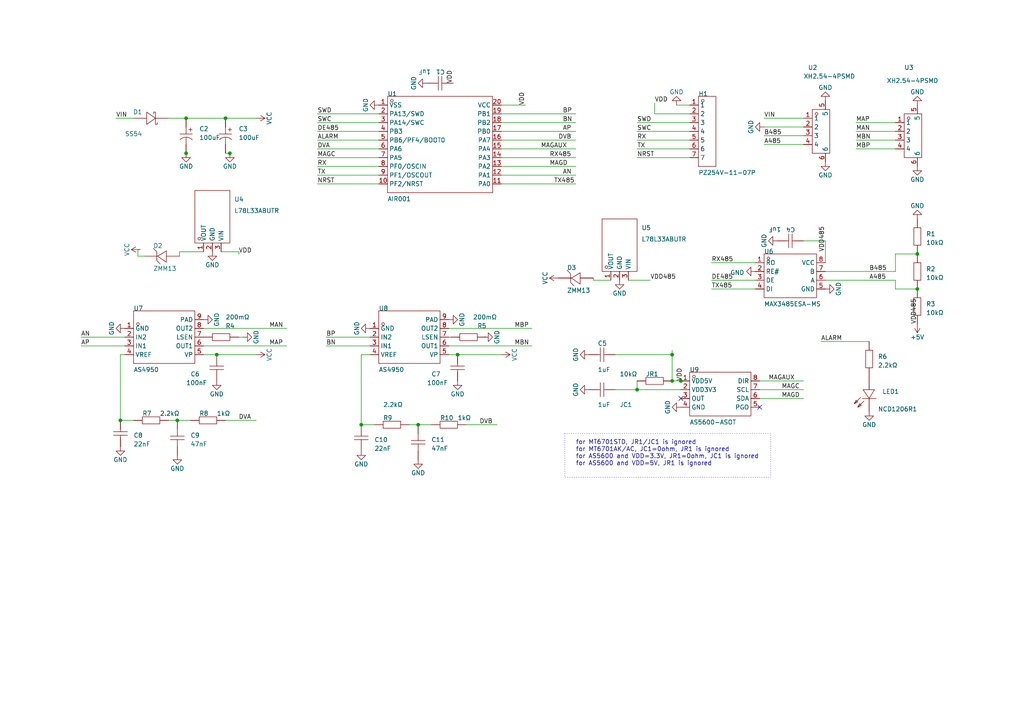
<source format=kicad_sch>
(kicad_sch (version 20230121) (generator eeschema)
  (paper "A4")
  (title_block (title "main"))
  (lib_symbols
    (symbol "0603B104K500NT" (pin_numbers hide) (pin_names hide)
      (property "Reference" "C" (at -5.08 6.35 0))
      (property "Value" "0603B104K500NT" (at -5.08 8.89 0))
      (symbol "0603B104K500NT_1_1"
        (polyline (pts (xy -1.27 0) (xy -0.508 0)) (stroke (width 0.1524)))
        (polyline (pts (xy -0.508 2.032) (xy -0.508 -2.032)) (stroke (width 0.1524)))
        (polyline (pts (xy 0.508 0) (xy 1.27 0)) (stroke (width 0.1524)))
        (polyline (pts (xy 0.508 2.032) (xy 0.508 -2.032)) (stroke (width 0.1524)))
        (pin input line (at -3.81 0 0) (length 2.54) (name "1") (number "1"))
        (pin input line (at 3.81 0 180) (length 2.54) (name "2") (number "2"))
      )
    )
    (symbol "0603B223K500NT" (pin_numbers hide) (pin_names hide)
      (property "Reference" "C" (at -5.08 6.35 0))
      (property "Value" "0603B223K500NT" (at -5.08 8.89 0))
      (symbol "0603B223K500NT_1_1"
        (polyline (pts (xy -1.27 0) (xy -0.508 0)) (stroke (width 0.1524)))
        (polyline (pts (xy -0.508 2.032) (xy -0.508 -2.032)) (stroke (width 0.1524)))
        (polyline (pts (xy 0.508 0) (xy 1.27 0)) (stroke (width 0.1524)))
        (polyline (pts (xy 0.508 2.032) (xy 0.508 -2.032)) (stroke (width 0.1524)))
        (pin input line (at -3.81 0 0) (length 2.54) (name "1") (number "1"))
        (pin input line (at 3.81 0 180) (length 2.54) (name "2") (number "2"))
      )
    )
    (symbol "0603B473K500NT" (pin_numbers hide) (pin_names hide)
      (property "Reference" "C" (at -5.08 6.35 0))
      (property "Value" "0603B473K500NT" (at -5.08 8.89 0))
      (symbol "0603B473K500NT_1_1"
        (polyline (pts (xy -2.032 0.508) (xy 2.032 0.508)) (stroke (width 0.1524)))
        (polyline (pts (xy 0 -0.508) (xy 0 -2.54)) (stroke (width 0.1524)))
        (polyline (pts (xy 0 2.54) (xy 0 0.508)) (stroke (width 0.1524)))
        (polyline (pts (xy 2.032 -0.508) (xy -2.032 -0.508)) (stroke (width 0.1524)))
        (pin input line (at 0 -5.08 90) (length 2.54) (name "1") (number "1"))
        (pin input line (at 0 5.08 270) (length 2.54) (name "2") (number "2"))
      )
    )
    (symbol "0603WAF1001T5E" (pin_numbers hide) (pin_names hide)
      (property "Reference" "R" (at -5.08 6.35 0))
      (property "Value" "0603WAF1001T5E" (at -5.08 8.89 0))
      (symbol "0603WAF1001T5E_1_1"
        (rectangle (start -2.54 -1.016) (end 2.54 1.016) (stroke (width 0.1524)))
        (pin input line (at -5.08 0 0) (length 2.54) (name "1") (number "1"))
        (pin input line (at 5.08 0 180) (length 2.54) (name "2") (number "2"))
      )
    )
    (symbol "0603WAF1002T5E" (pin_numbers hide) (pin_names hide)
      (property "Reference" "R" (at -5.08 6.35 0))
      (property "Value" "0603WAF1002T5E" (at -5.08 8.89 0))
      (symbol "0603WAF1002T5E_1_1"
        (rectangle (start -2.54 -1.016) (end 2.54 1.016) (stroke (width 0.1524)))
        (pin input line (at -5.08 0 0) (length 2.54) (name "1") (number "1"))
        (pin input line (at 5.08 0 180) (length 2.54) (name "2") (number "2"))
      )
    )
    (symbol "0603WAF2201T5E" (pin_numbers hide) (pin_names hide)
      (property "Reference" "R" (at -5.08 6.35 0))
      (property "Value" "0603WAF2201T5E" (at -5.08 8.89 0))
      (symbol "0603WAF2201T5E_1_1"
        (rectangle (start -2.54 -1.016) (end 2.54 1.016) (stroke (width 0.1524)))
        (pin input line (at -5.08 0 0) (length 2.54) (name "1") (number "1"))
        (pin input line (at 5.08 0 180) (length 2.54) (name "2") (number "2"))
      )
    )
    (symbol "0603WAF4701T5E" (pin_numbers hide) (pin_names hide)
      (property "Reference" "R" (at -5.08 6.35 0))
      (property "Value" "0603WAF4701T5E" (at -5.08 8.89 0))
      (symbol "0603WAF4701T5E_1_1"
        (rectangle (start -2.54 -1.016) (end 2.54 1.016) (stroke (width 0.1524)))
        (pin input line (at -5.08 0 0) (length 2.54) (name "1") (number "1"))
        (pin input line (at 5.08 0 180) (length 2.54) (name "2") (number "2"))
      )
    )
    (symbol "AIR001"
      (property "Reference" "U" (at -5.08 6.35 0))
      (property "Value" "AIR001" (at -5.08 8.89 0))
      (symbol "AIR001_1_1"
        (rectangle (start -15.24 -13.97) (end 15.24 13.97) (stroke (width 0.1524)))
        (circle (center -13.97 12.7) (radius 0.381) (stroke (width 0.1524)))
        (pin input line (at -17.78 11.43 0) (length 2.54) (name "VSS") (number "1"))
        (pin input line (at -17.78 -11.43 0) (length 2.54) (name "PF2/NRST") (number "10"))
        (pin input line (at 17.78 -11.43 180) (length 2.54) (name "PA0") (number "11"))
        (pin input line (at 17.78 -8.89 180) (length 2.54) (name "PA1") (number "12"))
        (pin input line (at 17.78 -6.35 180) (length 2.54) (name "PA2") (number "13"))
        (pin input line (at 17.78 -3.81 180) (length 2.54) (name "PA3") (number "14"))
        (pin input line (at 17.78 -1.27 180) (length 2.54) (name "PA4") (number "15"))
        (pin input line (at 17.78 1.27 180) (length 2.54) (name "PA7") (number "16"))
        (pin input line (at 17.78 3.81 180) (length 2.54) (name "PB0") (number "17"))
        (pin input line (at 17.78 6.35 180) (length 2.54) (name "PB2") (number "18"))
        (pin input line (at 17.78 8.89 180) (length 2.54) (name "PB1") (number "19"))
        (pin input line (at -17.78 8.89 0) (length 2.54) (name "PA13/SWD") (number "2"))
        (pin input line (at 17.78 11.43 180) (length 2.54) (name "VCC") (number "20"))
        (pin input line (at -17.78 6.35 0) (length 2.54) (name "PA14/SWC") (number "3"))
        (pin input line (at -17.78 3.81 0) (length 2.54) (name "PB3") (number "4"))
        (pin input line (at -17.78 1.27 0) (length 2.54) (name "PB6/PF4/BOOT0") (number "5"))
        (pin input line (at -17.78 -1.27 0) (length 2.54) (name "PA6") (number "6"))
        (pin input line (at -17.78 -3.81 0) (length 2.54) (name "PA5") (number "7"))
        (pin input line (at -17.78 -6.35 0) (length 2.54) (name "PF0/OSCIN") (number "8"))
        (pin input line (at -17.78 -8.89 0) (length 2.54) (name "PF1/OSCOUT") (number "9"))
      )
    )
    (symbol "AS4950"
      (property "Reference" "U" (at -5.08 6.35 0))
      (property "Value" "AS4950" (at -5.08 8.89 0))
      (symbol "AS4950_1_1"
        (rectangle (start -8.89 -7.62) (end 8.89 7.62) (stroke (width 0.1524)))
        (circle (center -7.62 3.81) (radius 0.381) (stroke (width 0.1524)))
        (pin input line (at -11.43 2.54 0) (length 2.54) (name "GND") (number "1"))
        (pin input line (at -11.43 0 0) (length 2.54) (name "IN2") (number "2"))
        (pin input line (at -11.43 -2.54 0) (length 2.54) (name "IN1") (number "3"))
        (pin input line (at -11.43 -5.08 0) (length 2.54) (name "VREF") (number "4"))
        (pin input line (at 11.43 -5.08 180) (length 2.54) (name "VP") (number "5"))
        (pin input line (at 11.43 -2.54 180) (length 2.54) (name "OUT1") (number "6"))
        (pin input line (at 11.43 0 180) (length 2.54) (name "LSEN") (number "7"))
        (pin input line (at 11.43 2.54 180) (length 2.54) (name "OUT2") (number "8"))
        (pin input line (at 11.43 5.08 180) (length 2.54) (name "PAD") (number "9"))
      )
    )
    (symbol "AS5600-ASOT"
      (property "Reference" "U" (at -5.08 6.35 0))
      (property "Value" "AS5600-ASOT" (at -5.08 8.89 0))
      (symbol "AS5600-ASOT_1_1"
        (rectangle (start -8.89 -6.35) (end 8.89 6.35) (stroke (width 0.1524)))
        (circle (center -7.62 5.08) (radius 0.381) (stroke (width 0.1524)))
        (pin input line (at -11.43 3.81 0) (length 2.54) (name "VDD5V") (number "1"))
        (pin input line (at -11.43 1.27 0) (length 2.54) (name "VDD3V3") (number "2"))
        (pin input line (at -11.43 -1.27 0) (length 2.54) (name "OUT") (number "3"))
        (pin input line (at -11.43 -3.81 0) (length 2.54) (name "GND") (number "4"))
        (pin input line (at 11.43 -3.81 180) (length 2.54) (name "PGO") (number "5"))
        (pin input line (at 11.43 -1.27 180) (length 2.54) (name "SDA") (number "6"))
        (pin input line (at 11.43 1.27 180) (length 2.54) (name "SCL") (number "7"))
        (pin input line (at 11.43 3.81 180) (length 2.54) (name "DIR") (number "8"))
      )
    )
    (symbol "CL10A105KB8NNNC" (pin_numbers hide) (pin_names hide)
      (property "Reference" "C" (at -5.08 6.35 0))
      (property "Value" "CL10A105KB8NNNC" (at -5.08 8.89 0))
      (symbol "CL10A105KB8NNNC_1_1"
        (polyline (pts (xy -1.27 0) (xy -0.508 0)) (stroke (width 0.1524)))
        (polyline (pts (xy -0.508 2.032) (xy -0.508 -2.032)) (stroke (width 0.1524)))
        (polyline (pts (xy 0.508 0) (xy 1.27 0)) (stroke (width 0.1524)))
        (polyline (pts (xy 0.508 2.032) (xy 0.508 -2.032)) (stroke (width 0.1524)))
        (pin input line (at -3.81 0 0) (length 2.54) (name "1") (number "1"))
        (pin input line (at 3.81 0 180) (length 2.54) (name "2") (number "2"))
      )
    )
    (symbol "CL10A105KO8NNNC" (pin_numbers hide) (pin_names hide)
      (property "Reference" "C" (at -5.08 6.35 0))
      (property "Value" "CL10A105KO8NNNC" (at -5.08 8.89 0))
      (symbol "CL10A105KO8NNNC_1_1"
        (polyline (pts (xy -1.27 0) (xy -0.508 0)) (stroke (width 0.1524)))
        (polyline (pts (xy -0.508 2.032) (xy -0.508 -2.032)) (stroke (width 0.1524)))
        (polyline (pts (xy 0.508 0) (xy 1.27 0)) (stroke (width 0.1524)))
        (polyline (pts (xy 0.508 2.032) (xy 0.508 -2.032)) (stroke (width 0.1524)))
        (pin input line (at -3.81 0 0) (length 2.54) (name "1") (number "1"))
        (pin input line (at 3.81 0 180) (length 2.54) (name "2") (number "2"))
      )
    )
    (symbol "FC-3215HRK-620D" (pin_numbers hide) (pin_names hide)
      (property "Reference" "LED" (at -5.08 6.35 0))
      (property "Value" "FC-3215HRK-620D" (at -5.08 8.89 0))
      (symbol "FC-3215HRK-620D_1_1"
        (polyline (pts (xy -2.032 1.524) (xy -3.81 3.302)) (stroke (width 0.1524)))
        (polyline (pts (xy -1.27 2.032) (xy -1.27 -2.032)) (stroke (width 0.1524)))
        (polyline (pts (xy -1.016 2.54) (xy -2.794 4.318)) (stroke (width 0.1524)))
        (polyline (pts (xy -3.81 3.302) (xy -2.794 2.794) (xy -2.794 2.794) (xy -3.302 2.286) (xy -3.302 2.286) (xy -3.81 3.302)) (stroke (width 0.1524)))
        (polyline (pts (xy -2.794 4.318) (xy -1.778 3.81) (xy -1.778 3.81) (xy -2.286 3.302) (xy -2.286 3.302) (xy -2.794 4.318)) (stroke (width 0.1524)))
        (polyline (pts (xy 1.27 -1.524) (xy -1.27 0) (xy -1.27 0) (xy 1.27 1.778) (xy 1.27 1.778) (xy 1.27 -1.524)) (stroke (width 0.1524)))
        (pin input line (at 5.08 0 180) (length 3.81) (name "A") (number "1"))
        (pin input line (at -5.08 0 0) (length 3.81) (name "K") (number "2"))
      )
    )
    (symbol "FZ100UF35V90RV0145" (pin_numbers hide) (pin_names hide)
      (property "Reference" "C" (at -5.08 6.35 0))
      (property "Value" "FZ100UF35V90RV0145" (at -5.08 8.89 0))
      (symbol "FZ100UF35V90RV0145_1_1"
        (polyline (pts (xy -2.54 0) (xy -0.508 0)) (stroke (width 0.1524)))
        (polyline (pts (xy -2.286 1.27) (xy -1.27 1.27)) (stroke (width 0.1524)))
        (polyline (pts (xy -1.778 1.778) (xy -1.778 0.762)) (stroke (width 0.1524)))
        (polyline (pts (xy -0.508 1.778) (xy -0.508 -1.778)) (stroke (width 0.1524)))
        (polyline (pts (xy 0.508 0) (xy 2.54 0)) (stroke (width 0.1524)))
        (arc (start 1.1506 1.7856) (mid 0.4218 0.0211) (end 1.1278 -1.7526) (stroke (width 0.1524)))
        (pin input line (at -5.08 0 0) (length 2.54) (name "1") (number "1"))
        (pin input line (at 5.08 0 180) (length 2.54) (name "2") (number "2"))
      )
    )
    (symbol "L78L33ABUTR"
      (property "Reference" "U" (at -5.08 6.35 0))
      (property "Value" "L78L33ABUTR" (at -5.08 8.89 0))
      (symbol "L78L33ABUTR_1_1"
        (rectangle (start -6.35 -5.08) (end 8.89 5.08) (stroke (width 0.1524)))
        (circle (center -5.08 3.81) (radius 0.381) (stroke (width 0.1524)))
        (pin input line (at -8.89 2.54 0) (length 2.54) (name "VOUT") (number "1"))
        (pin input line (at -8.89 0 0) (length 2.54) (name "GND") (number "2"))
        (pin input line (at -8.89 -2.54 0) (length 2.54) (name "VIN") (number "3"))
      )
    )
    (symbol "MAX3485ESA-MS"
      (property "Reference" "U" (at -5.08 6.35 0))
      (property "Value" "MAX3485ESA-MS" (at -5.08 8.89 0))
      (symbol "MAX3485ESA-MS_1_1"
        (rectangle (start -7.62 -5.08) (end 7.62 7.62) (stroke (width 0.1524)))
        (circle (center -6.35 6.35) (radius 0.381) (stroke (width 0.1524)))
        (pin input line (at -10.16 5.08 0) (length 2.54) (name "RO") (number "1"))
        (pin input line (at -10.16 2.54 0) (length 2.54) (name "RE#") (number "2"))
        (pin input line (at -10.16 0 0) (length 2.54) (name "DE") (number "3"))
        (pin input line (at -10.16 -2.54 0) (length 2.54) (name "DI") (number "4"))
        (pin input line (at 10.16 -2.54 180) (length 2.54) (name "GND") (number "5"))
        (pin input line (at 10.16 0 180) (length 2.54) (name "A") (number "6"))
        (pin input line (at 10.16 2.54 180) (length 2.54) (name "B") (number "7"))
        (pin input line (at 10.16 5.08 180) (length 2.54) (name "VCC") (number "8"))
      )
    )
    (symbol "PZ254V-11-07P"
      (property "Reference" "H" (at -5.08 6.35 0))
      (property "Value" "PZ254V-11-07P" (at -5.08 8.89 0))
      (symbol "PZ254V-11-07P_1_1"
        (rectangle (start -2.54 -10.16) (end 2.54 10.16) (stroke (width 0.1524)))
        (circle (center -1.27 8.89) (radius 0.381) (stroke (width 0.1524)))
        (pin input line (at -5.08 7.62 0) (length 2.54) (name "1") (number "1"))
        (pin input line (at -5.08 5.08 0) (length 2.54) (name "2") (number "2"))
        (pin input line (at -5.08 2.54 0) (length 2.54) (name "3") (number "3"))
        (pin input line (at -5.08 0 0) (length 2.54) (name "4") (number "4"))
        (pin input line (at -5.08 -2.54 0) (length 2.54) (name "5") (number "5"))
        (pin input line (at -5.08 -5.08 0) (length 2.54) (name "6") (number "6"))
        (pin input line (at -5.08 -7.62 0) (length 2.54) (name "7") (number "7"))
      )
    )
    (symbol "RTT06R200FTP" (pin_numbers hide) (pin_names hide)
      (property "Reference" "R" (at -5.08 6.35 0))
      (property "Value" "RTT06R200FTP" (at -5.08 8.89 0))
      (symbol "RTT06R200FTP_1_1"
        (rectangle (start -2.54 -1.016) (end 2.54 1.016) (stroke (width 0.1524)))
        (pin input line (at -5.08 0 0) (length 2.54) (name "1") (number "1"))
        (pin input line (at 5.08 0 180) (length 2.54) (name "2") (number "2"))
      )
    )
    (symbol "SS54_C727065" (pin_numbers hide) (pin_names hide)
      (property "Reference" "D" (at -5.08 6.35 0))
      (property "Value" "SS54_C727065" (at -5.08 8.89 0))
      (symbol "SS54_C727065_1_1"
        (polyline (pts (xy -1.27 0) (xy -2.54 0)) (stroke (width 0.1524)))
        (polyline (pts (xy 2.54 0) (xy 1.27 0)) (stroke (width 0.1524)))
        (polyline (pts (xy 1.27 1.778) (xy -1.27 0) (xy -1.27 0) (xy 1.27 -1.778) (xy 1.27 -1.778) (xy 1.27 1.778)) (stroke (width 0.1524)))
        (polyline (pts (xy -1.778 1.27) (xy -1.778 1.778) (xy -1.778 1.778) (xy -1.27 1.778) (xy -1.27 1.778) (xy -1.27 -1.778) (xy -1.27 -1.778) (xy -0.762 -1.778) (xy -0.762 -1.778) (xy -0.762 -1.27)) (stroke (width 0.1524)))
        (pin input line (at -5.08 0 0) (length 2.54) (name "1") (number "1"))
        (pin input line (at 5.08 0 180) (length 2.54) (name "2") (number "2"))
      )
    )
    (symbol "XH2.54-4PSMD"
      (property "Reference" "U" (at -5.08 6.35 0))
      (property "Value" "XH2.54-4PSMD" (at -5.08 8.89 0))
      (symbol "XH2.54-4PSMD_1_1"
        (rectangle (start -2.54 -6.35) (end 2.54 6.35) (stroke (width 0.1524)))
        (circle (center -1.27 5.08) (radius 0.381) (stroke (width 0.1524)))
        (pin input line (at -5.08 3.81 0) (length 2.54) (name "1") (number "1"))
        (pin input line (at -5.08 1.27 0) (length 2.54) (name "2") (number "2"))
        (pin input line (at -5.08 -1.27 0) (length 2.54) (name "3") (number "3"))
        (pin input line (at -5.08 -3.81 0) (length 2.54) (name "4") (number "4"))
        (pin input line (at 1.27 8.89 270) (length 2.54) (name "5") (number "5"))
        (pin input line (at 1.27 -8.89 90) (length 2.54) (name "6") (number "6"))
      )
    )
    (symbol "ZMM13_C181073" (pin_numbers hide) (pin_names hide)
      (property "Reference" "D" (at -5.08 6.35 0))
      (property "Value" "ZMM13_C181073" (at -5.08 8.89 0))
      (symbol "ZMM13_C181073_1_1"
        (polyline (pts (xy -2.54 2.286) (xy -1.524 1.27) (xy -1.524 1.27) (xy -1.524 -1.27) (xy -1.524 -1.27) (xy -0.508 -2.286)) (stroke (width 0.1524)))
        (polyline (pts (xy 1.27 1.524) (xy -1.27 0) (xy -1.27 0) (xy 1.27 -1.778) (xy 1.27 -1.778) (xy 1.27 1.524)) (stroke (width 0.1524)))
        (pin input line (at -5.08 0 0) (length 3.81) (name "K") (number "1"))
        (pin input line (at 5.08 0 180) (length 3.81) (name "A") (number "2"))
      )
    )
    (symbol "power:+5V" (power) (pin_names (offset 0))
      (property "Value" "+5V" (at 0 3.556 0))
      (symbol "+5V_0_1"
        (polyline (pts (xy -0.762 1.27) (xy 0 2.54)))
        (polyline (pts (xy 0 0) (xy 0 2.54)))
        (polyline (pts (xy 0 2.54) (xy 0.762 1.27)))
      )
      (symbol "+5V_1_1"
        (pin power_in line (at 0 0 90) (length 0) hide (name "+5V") (number "1"))
      )
    )
    (symbol "power:GND" (power) (pin_names (offset 0))
      (property "Value" "GND" (at 0 -3.81 0))
      (symbol "GND_0_1"
        (polyline (pts (xy 0 0) (xy 0 -1.27) (xy 1.27 -1.27) (xy 0 -2.54) (xy -1.27 -1.27) (xy 0 -1.27)))
      )
      (symbol "GND_1_1"
        (pin power_in line (at 0 0 270) (length 0) hide (name "GND") (number "1"))
      )
    )
    (symbol "power:GNDA" (power) (pin_names (offset 0))
      (property "Value" "GNDA" (at 0 -3.81 0))
      (symbol "GNDA_0_1"
        (polyline (pts (xy 0 0) (xy 0 -1.27) (xy 1.27 -1.27) (xy 0 -2.54) (xy -1.27 -1.27) (xy 0 -1.27)))
      )
      (symbol "GNDA_1_1"
        (pin power_in line (at 0 0 270) (length 0) hide (name "GNDA") (number "1"))
      )
    )
    (symbol "power:GNDPWR" (power) (pin_names (offset 0))
      (property "Value" "GNDPWR" (at 0 -3.302 0))
      (symbol "GNDPWR_0_1"
        (polyline (pts (xy 0 -1.27) (xy 0 0)))
        (polyline (pts (xy -1.016 -1.27) (xy -1.27 -2.032) (xy -1.27 -2.032)) (stroke (width 0.2032)))
        (polyline (pts (xy -0.508 -1.27) (xy -0.762 -2.032) (xy -0.762 -2.032)) (stroke (width 0.2032)))
        (polyline (pts (xy 0 -1.27) (xy -0.254 -2.032) (xy -0.254 -2.032)) (stroke (width 0.2032)))
        (polyline (pts (xy 0.508 -1.27) (xy 0.254 -2.032) (xy 0.254 -2.032)) (stroke (width 0.2032)))
        (polyline (pts (xy 1.016 -1.27) (xy -1.016 -1.27) (xy -1.016 -1.27)) (stroke (width 0.2032)))
        (polyline (pts (xy 1.016 -1.27) (xy 0.762 -2.032) (xy 0.762 -2.032) (xy 0.762 -2.032)) (stroke (width 0.2032)))
      )
      (symbol "GNDPWR_1_1"
        (pin power_in line (at 0 0 270) (length 0) hide (name "GNDPWR") (number "1"))
      )
    )
    (symbol "power:VCC" (power) (pin_names (offset 0))
      (property "Value" "VCC" (at 0 3.81 0))
      (symbol "VCC_0_1"
        (polyline (pts (xy -0.762 1.27) (xy 0 2.54)))
        (polyline (pts (xy 0 0) (xy 0 2.54)))
        (polyline (pts (xy 0 2.54) (xy 0.762 1.27)))
      )
      (symbol "VCC_1_1"
        (pin power_in line (at 0 0 90) (length 0) hide (name "VCC") (number "1"))
      )
    )
  )
  (junction (at 266.065 83.82))
  (junction (at 66.675 44.45))
  (junction (at 121.285 123.19))
  (junction (at 194.945 110.49))
  (junction (at 132.715 102.87))
  (junction (at 197.485 110.49))
  (junction (at 194.945 102.87))
  (junction (at 65.405 34.29))
  (junction (at 53.975 34.29))
  (junction (at 34.925 121.92))
  (junction (at 184.785 113.03))
  (junction (at 266.065 73.66))
  (junction (at 62.865 102.87))
  (junction (at 104.775 123.19))
  (junction (at 51.435 121.92))
  (junction (at 53.975 44.45))
  (no_connect (at 197.485 115.57))
  (no_connect (at 220.345 118.11))
  (wire (pts (xy 104.775 123.19) (xy 104.775 102.87)))
  (wire (pts (xy 36.195 102.87) (xy 34.925 102.87)))
  (wire (pts (xy 40.005 74.295) (xy 40.005 72.39)))
  (wire (pts (xy 130.175 95.25) (xy 154.305 95.25)))
  (wire (pts (xy 92.075 53.34) (xy 109.855 53.34)))
  (wire (pts (xy 125.095 123.19) (xy 121.285 123.19)))
  (wire (pts (xy 184.785 113.03) (xy 178.435 113.03)))
  (wire (pts (xy 184.785 40.64) (xy 200.025 40.64)))
  (wire (pts (xy 194.945 110.49) (xy 197.485 110.49)))
  (wire (pts (xy 184.785 113.03) (xy 184.785 110.49)))
  (wire (pts (xy 69.3061 73.66) (xy 69.215 73.66)))
  (wire (pts (xy 152.4 30.48) (xy 145.415 30.48)))
  (wire (pts (xy 239.395 78.74) (xy 259.715 78.74)))
  (wire (pts (xy 53.975 44.45) (xy 53.9757 44.4508)))
  (wire (pts (xy 59.055 100.33) (xy 83.185 100.33)))
  (wire (pts (xy 248.285 35.56) (xy 259.715 35.56)))
  (wire (pts (xy 145.415 43.18) (xy 167.005 43.18)))
  (wire (pts (xy 51.435 121.92) (xy 55.245 121.92)))
  (wire (pts (xy 145.415 40.64) (xy 167.005 40.64)))
  (wire (pts (xy 200.025 30.48) (xy 196.215 30.48)))
  (wire (pts (xy 259.715 78.74) (xy 259.715 73.66)))
  (wire (pts (xy 109.855 45.72) (xy 92.075 45.72)))
  (wire (pts (xy 184.785 38.1) (xy 200.025 38.1)))
  (wire (pts (xy 145.415 33.02) (xy 167.005 33.02)))
  (wire (pts (xy 239.395 81.28) (xy 259.715 81.28)))
  (wire (pts (xy 206.375 81.28) (xy 219.075 81.28)))
  (wire (pts (xy 48.895 34.29) (xy 53.975 34.29)))
  (wire (pts (xy 154.305 100.33) (xy 130.175 100.33)))
  (wire (pts (xy 52.07 73.025) (xy 59.055 73.025)))
  (wire (pts (xy 74.295 121.92) (xy 65.405 121.92)))
  (wire (pts (xy 206.375 83.82) (xy 219.075 83.82)))
  (wire (pts (xy 167.005 53.34) (xy 145.415 53.34)))
  (wire (pts (xy 36.195 97.79) (xy 23.495 97.79)))
  (wire (pts (xy 145.415 102.87) (xy 132.715 102.87)))
  (wire (pts (xy 220.345 113.03) (xy 233.045 113.03)))
  (wire (pts (xy 184.785 35.56) (xy 200.025 35.56)))
  (wire (pts (xy 135.255 123.19) (xy 144.145 123.19)))
  (wire (pts (xy 69.3061 73.025) (xy 64.135 73.025)))
  (wire (pts (xy 109.855 43.18) (xy 92.075 43.18)))
  (wire (pts (xy 194.945 102.87) (xy 178.435 102.87)))
  (wire (pts (xy 41.91 74.295) (xy 40.005 74.295)))
  (wire (pts (xy 145.415 48.26) (xy 167.005 48.26)))
  (wire (pts (xy 92.075 38.1) (xy 109.855 38.1)))
  (wire (pts (xy 184.785 45.72) (xy 200.025 45.72)))
  (wire (pts (xy 206.375 76.2) (xy 219.075 76.2)))
  (wire (pts (xy 184.785 43.18) (xy 200.025 43.18)))
  (wire (pts (xy 108.585 123.19) (xy 104.775 123.19)))
  (wire (pts (xy 109.855 40.64) (xy 92.075 40.64)))
  (wire (pts (xy 248.285 40.64) (xy 259.715 40.64)))
  (wire (pts (xy 62.865 102.87) (xy 59.055 102.87)))
  (wire (pts (xy 145.415 38.1) (xy 167.005 38.1)))
  (wire (pts (xy 198.12 110.49) (xy 197.485 110.49)))
  (wire (pts (xy 52.07 73.025) (xy 52.07 74.295)))
  (wire (pts (xy 252.095 99.06) (xy 238.125 99.06)))
  (wire (pts (xy 109.855 35.56) (xy 92.075 35.56)))
  (wire (pts (xy 189.865 29.845) (xy 189.865 33.02)))
  (wire (pts (xy 59.055 95.25) (xy 83.185 95.25)))
  (wire (pts (xy 34.925 121.92) (xy 38.735 121.92)))
  (wire (pts (xy 132.715 102.87) (xy 130.175 102.87)))
  (wire (pts (xy 233.045 41.91) (xy 221.615 41.91)))
  (wire (pts (xy 40.005 72.39) (xy 40.64 72.39)))
  (wire (pts (xy 140.97 97.79) (xy 140.335 97.79)))
  (wire (pts (xy 233.045 39.37) (xy 221.615 39.37)))
  (wire (pts (xy 177.165 81.28) (xy 172.085 81.28)))
  (wire (pts (xy 33.655 34.29) (xy 38.735 34.29)))
  (wire (pts (xy 220.345 110.49) (xy 233.045 110.49)))
  (wire (pts (xy 53.975 34.29) (xy 65.405 34.29)))
  (wire (pts (xy 145.415 35.56) (xy 167.005 35.56)))
  (wire (pts (xy 248.285 38.1) (xy 259.715 38.1)))
  (wire (pts (xy 66.675 44.45) (xy 66.6757 44.4508)))
  (wire (pts (xy 69.3061 73.66) (xy 69.3061 73.025)))
  (wire (pts (xy 109.855 48.26) (xy 92.075 48.26)))
  (wire (pts (xy 189.865 33.02) (xy 200.025 33.02)))
  (wire (pts (xy 194.945 102.87) (xy 194.945 101.6)))
  (wire (pts (xy 259.715 81.28) (xy 259.715 83.82)))
  (wire (pts (xy 182.245 81.28) (xy 188.595 81.28)))
  (wire (pts (xy 197.485 113.03) (xy 184.785 113.03)))
  (wire (pts (xy 259.715 83.82) (xy 266.065 83.82)))
  (wire (pts (xy 121.285 123.19) (xy 118.745 123.19)))
  (wire (pts (xy 233.045 36.83) (xy 221.615 36.83)))
  (wire (pts (xy 239.395 69.85) (xy 233.045 69.85)))
  (wire (pts (xy 259.715 73.66) (xy 266.065 73.66)))
  (wire (pts (xy 194.945 110.49) (xy 194.945 102.87)))
  (wire (pts (xy 220.345 115.57) (xy 233.045 115.57)))
  (wire (pts (xy 233.045 34.29) (xy 221.615 34.29)))
  (wire (pts (xy 145.415 45.72) (xy 167.005 45.72)))
  (wire (pts (xy 36.195 100.33) (xy 23.495 100.33)))
  (wire (pts (xy 109.855 33.02) (xy 92.075 33.02)))
  (wire (pts (xy 104.775 102.87) (xy 107.315 102.87)))
  (wire (pts (xy 65.405 44.45) (xy 66.675 44.45)))
  (wire (pts (xy 145.415 50.8) (xy 167.005 50.8)))
  (wire (pts (xy 107.315 97.79) (xy 94.615 97.79)))
  (wire (pts (xy 109.855 50.8) (xy 92.075 50.8)))
  (wire (pts (xy 65.405 34.29) (xy 74.295 34.29)))
  (wire (pts (xy 130.81 97.79) (xy 130.175 97.79)))
  (wire (pts (xy 248.285 43.18) (xy 259.715 43.18)))
  (wire (pts (xy 70.485 97.79) (xy 69.215 97.79)))
  (wire (pts (xy 48.895 121.92) (xy 51.435 121.92)))
  (wire (pts (xy 74.295 102.87) (xy 62.865 102.87)))
  (wire (pts (xy 107.315 100.33) (xy 94.615 100.33)))
  (wire (pts (xy 34.925 102.87) (xy 34.925 121.92)))
  (wire (pts (xy 239.395 69.85) (xy 239.395 76.2)))
  (wire (pts (xy 172.085 81.28) (xy 172.085 80.645)))
  (rectangle (start 163.83 125.73) (end 223.52 138.43) (stroke (width 0.1524) (type dot)))
  (text "for MT6701STD, JR1/JC1 is ignored\nfor MT6701AK/AC, JC1=0ohm, JR1 is ignored\nfor AS5600 and VDD=3.3V, JR1=0ohm, JC1 is ignored\nfor AS5600 and VDD=5V, JR1 is ignored" (at 167.005 135.255 0) (effects (font (size 1.27 1.27)) (justify left bottom)))
  (label "RX485" (at 159.385 45.72 0))
  (label "NRST" (at 92.075 53.34 0))
  (label "VIN" (at 33.655 34.29 0))
  (label "SWD" (at 92.075 33.02 0))
  (label "TX" (at 184.785 43.18 0))
  (label "SWC" (at 92.075 35.56 0))
  (label "VDD" (at 189.865 29.845 0))
  (label "MAGC" (at 226.695 113.03 0))
  (label "A485" (at 221.615 41.91 0))
  (label "MAP" (at 78.105 100.33 0))
  (label "MAGD" (at 159.385 48.26 0))
  (label "RX" (at 92.075 48.26 0))
  (label "DVA" (at 92.075 43.18 0))
  (label "MAP" (at 248.285 35.56 0))
  (label "VDD" (at 131.445 24.13 90))
  (label "DVB" (at 139.065 123.19 0))
  (label "BN" (at 94.615 100.33 0))
  (label "MBN" (at 149.225 100.33 0))
  (label "DVB" (at 161.925 40.64 0))
  (label "MBP" (at 149.225 95.25 0))
  (label "ALARM" (at 92.075 40.64 0))
  (label "VDD" (at 152.4 30.48 90))
  (label "AP" (at 23.495 100.33 0))
  (label "VDD485" (at 188.595 81.28 0))
  (label "RX" (at 184.785 40.64 0))
  (label "MAN" (at 78.105 95.25 0))
  (label "DE485" (at 206.375 81.28 0))
  (label "MAGAUX" (at 156.845 43.18 0))
  (label "DVA" (at 69.215 121.92 0))
  (label "MAN" (at 248.285 38.1 0))
  (label "BP" (at 94.615 97.79 0))
  (label "A485" (at 252.095 81.28 0))
  (label "AP" (at 163.195 38.1 0))
  (label "VDD" (at 69.215 73.66 0))
  (label "VDD485" (at 266.065 93.98 90))
  (label "NRST" (at 184.785 45.72 0))
  (label "MAGAUX" (at 222.885 110.49 0))
  (label "DE485" (at 92.075 38.1 0))
  (label "SWC" (at 184.785 38.1 0))
  (label "BP" (at 163.195 33.02 0))
  (label "VIN" (at 221.615 34.29 0))
  (label "B485" (at 252.095 78.74 0))
  (label "VDD" (at 198.12 110.49 90))
  (label "BN" (at 163.195 35.56 0))
  (label "B485" (at 221.615 39.37 0))
  (label "SWD" (at 184.785 35.56 0))
  (label "TX" (at 92.075 50.8 0))
  (label "TX485" (at 160.655 53.34 0))
  (label "AN" (at 23.495 97.79 0))
  (label "AN" (at 163.195 50.8 0))
  (label "MAGD" (at 226.695 115.57 0))
  (label "MBN" (at 248.285 40.64 0))
  (label "VDD485" (at 239.395 73.025 90))
  (label "MBP" (at 248.285 43.18 0))
  (label "ALARM" (at 238.125 99.06 0))
  (label "MAGC" (at 92.075 45.72 0))
  (label "TX485" (at 206.375 83.82 0))
  (label "RX485" (at 206.375 76.2 0))
  (symbol (lib_id "0603WAF1001T5E") (at 60.325 121.92 0) (unit 1)
    (property "Reference" "R8" (at 57.785 120.65 0) (effects (justify left bottom)))
    (property "Value" "1kΩ" (at 62.865 120.65 0) (effects (justify left bottom)))
    (property "Footprint" "0603" (effects hide))
  )
  (symbol (lib_id "0603WAF2201T5E") (at 113.665 123.19 0) (unit 1)
    (property "Reference" "R9" (at 111.125 121.92 0) (effects (justify left bottom)))
    (property "Value" "2.2kΩ" (at 111.125 118.11 0) (effects (justify left bottom)))
    (property "Footprint" "0603" (effects hide))
  )
  (symbol (lib_id "MAX3485ESA-MS") (at 229.235 81.28 0) (unit 1)
    (property "Reference" "U6" (at 221.615 73.66 0) (effects (justify left bottom)))
    (property "Value" "MAX3485ESA-MS" (at 221.615 88.9 0) (effects (justify left bottom)))
    (property "Footprint" "SOP-8" (effects hide))
  )
  (symbol (lib_id "FC-3215HRK-620D") (at 252.095 114.3 90) (unit 1)
    (property "Reference" "LED1" (at 255.905 114.3 270) (effects (justify left bottom)))
    (property "Value" "NCD1206R1" (at 254.635 119.38 270) (effects (justify left bottom)))
    (property "Footprint" "1206" (effects hide))
  )
  (symbol (lib_id "power:GND") (at 130.175 92.71 90) (unit 1)
    (property "Reference" "#PWR08" (effects hide))
    (property "Value" "GND" (at 133.985 92.71 0))
  )
  (symbol (lib_id "CL10A105KB8NNNC") (at 127.635 24.13 180) (unit 1)
    (property "Reference" "C1" (at 126.365 21.59 180) (effects (justify left bottom)))
    (property "Value" "1uF" (at 121.285 21.59 180) (effects (justify left bottom)))
    (property "Footprint" "0603" (effects hide))
  )
  (symbol (lib_id "AS4950") (at 47.625 97.79 0) (unit 1)
    (property "Reference" "U7" (at 38.735 90.17 0) (effects (justify left bottom)))
    (property "Value" "AS4950" (at 38.735 107.95 0) (effects (justify left bottom)))
    (property "Footprint" "SOP-8-PP" (effects hide))
  )
  (symbol (lib_id "power:GND") (at 221.615 36.83 270) (unit 1)
    (property "Reference" "#PWR026" (effects hide))
    (property "Value" "GND" (at 217.805 36.83 0))
  )
  (symbol (lib_id "L78L33ABUTR") (at 179.705 72.39 90) (unit 1)
    (property "Reference" "U5" (at 186.055 66.8 270) (effects (justify left bottom)))
    (property "Value" "L78L33ABUTR" (at 186.055 70.1 270) (effects (justify left bottom)))
    (property "Footprint" "SOT-89-3" (effects hide))
  )
  (symbol (lib_id "power:GND") (at 66.675 44.45 0) (unit 1)
    (property "Reference" "#PWR030" (effects hide))
    (property "Value" "GND" (at 66.675 48.26 0))
  )
  (symbol (lib_id "power:GND") (at 123.825 24.13 270) (unit 1)
    (property "Reference" "#PWR019" (effects hide))
    (property "Value" "GND" (at 120.015 24.13 0))
  )
  (symbol (lib_id "power:GND") (at 179.705 81.28 0) (unit 1)
    (property "Reference" "#PWR036" (effects hide))
    (property "Value" "GND" (at 179.705 85.09 0))
  )
  (symbol (lib_id "power:GND") (at 36.195 95.25 270) (unit 1)
    (property "Reference" "#PWR05" (effects hide))
    (property "Value" "GND" (at 32.385 95.25 0))
  )
  (symbol (lib_id "0603B473K500NT") (at 51.435 127 0) (unit 1)
    (property "Reference" "C9" (at 55.245 127 0) (effects (justify left bottom)))
    (property "Value" "47nF" (at 55.245 129.54 0) (effects (justify left bottom)))
    (property "Footprint" "0603" (effects hide))
  )
  (symbol (lib_id "power:GND") (at 34.925 129.54 0) (unit 1)
    (property "Reference" "#PWR021" (effects hide))
    (property "Value" "GND" (at 34.925 133.35 0))
  )
  (symbol (lib_id "CL10A105KB8NNNC") (at 229.235 69.85 180) (unit 1)
    (property "Reference" "C4" (at 227.965 67.31 180) (effects (justify left bottom)))
    (property "Value" "1uF" (at 222.885 67.31 180) (effects (justify left bottom)))
    (property "Footprint" "0603" (effects hide))
  )
  (symbol (lib_id "power:GND") (at 239.395 46.99 0) (unit 1)
    (property "Reference" "#PWR033" (effects hide))
    (property "Value" "GND" (at 239.395 50.8 0))
  )
  (symbol (lib_id "CL10A105KO8NNNC") (at 174.625 113.03 0) (unit 1)
    (property "Reference" "JC1" (at 179.705 118.11 0) (effects (justify left bottom)))
    (property "Value" "1uF" (at 173.355 118.11 0) (effects (justify left bottom)))
    (property "Footprint" "0603" (effects hide))
  )
  (symbol (lib_id "0603WAF1002T5E") (at 266.065 68.58 90) (unit 1)
    (property "Reference" "R1" (at 268.605 68.58 270) (effects (justify left bottom)))
    (property "Value" "10kΩ" (at 268.605 71.12 270) (effects (justify left bottom)))
    (property "Footprint" "0603" (effects hide))
  )
  (symbol (lib_id "L78L33ABUTR") (at 61.595 64.135 90) (unit 1)
    (property "Reference" "U4" (at 67.945 58.545 270) (effects (justify left bottom)))
    (property "Value" "L78L33ABUTR" (at 67.945 61.845 270) (effects (justify left bottom)))
    (property "Footprint" "SOT-89-3" (effects hide))
  )
  (symbol (lib_id "AS4950") (at 118.745 97.79 0) (unit 1)
    (property "Reference" "U8" (at 109.855 90.17 0) (effects (justify left bottom)))
    (property "Value" "AS4950" (at 109.855 107.95 0) (effects (justify left bottom)))
    (property "Footprint" "SOP-8-PP" (effects hide))
  )
  (symbol (lib_id "0603WAF1002T5E") (at 266.065 78.74 90) (unit 1)
    (property "Reference" "R2" (at 268.605 78.74 270) (effects (justify left bottom)))
    (property "Value" "10kΩ" (at 268.605 81.28 270) (effects (justify left bottom)))
    (property "Footprint" "0603" (effects hide))
  )
  (symbol (lib_id "0603WAF4701T5E") (at 252.095 104.14 90) (unit 1)
    (property "Reference" "R6" (at 254.635 104.14 270) (effects (justify left bottom)))
    (property "Value" "2.2kΩ" (at 254.635 106.68 270) (effects (justify left bottom)))
    (property "Footprint" "0603" (effects hide))
  )
  (symbol (lib_id "power:GND") (at 107.315 95.25 270) (unit 1)
    (property "Reference" "#PWR06" (effects hide))
    (property "Value" "GND" (at 103.505 95.25 0))
  )
  (symbol (lib_id "ZMM13_C181073") (at 167.005 80.645 0) (unit 1)
    (property "Reference" "D3" (at 164.465 78.355 0) (effects (justify left bottom)))
    (property "Value" "ZMM13" (at 164.465 84.965 0) (effects (justify left bottom)))
    (property "Footprint" "LL-34" (effects hide))
  )
  (symbol (lib_id "power:VCC") (at 40.64 72.39 90) (unit 1)
    (property "Reference" "#PWR044" (effects hide))
    (property "Value" "VCC" (at 36.83 72.39 0))
  )
  (symbol (lib_id "power:VCC") (at 145.415 102.87 270) (unit 1)
    (property "Reference" "#PWR011" (effects hide))
    (property "Value" "VCC" (at 149.225 102.87 0))
  )
  (symbol (lib_id "power:GND") (at 266.065 48.26 0) (unit 1)
    (property "Reference" "#PWR031" (effects hide))
    (property "Value" "GND" (at 266.065 52.07 0))
  )
  (symbol (lib_id "power:GND") (at 121.285 133.35 0) (unit 1)
    (property "Reference" "#PWR022" (effects hide))
    (property "Value" "GND" (at 121.285 137.16 0))
  )
  (symbol (lib_id "0603WAF2201T5E") (at 43.815 121.92 0) (unit 1)
    (property "Reference" "R7" (at 41.275 120.65 0) (effects (justify left bottom)))
    (property "Value" "2.2kΩ" (at 46.355 120.65 0) (effects (justify left bottom)))
    (property "Footprint" "0603" (effects hide))
  )
  (symbol (lib_id "power:GND") (at 62.865 110.49 0) (unit 1)
    (property "Reference" "#PWR09" (effects hide))
    (property "Value" "GND" (at 62.865 114.3 0))
  )
  (symbol (lib_id "0603B223K500NT") (at 104.775 127 90) (unit 1)
    (property "Reference" "C10" (at 108.585 128.27 270) (effects (justify left bottom)))
    (property "Value" "22nF" (at 108.585 130.81 270) (effects (justify left bottom)))
    (property "Footprint" "0603" (effects hide))
  )
  (symbol (lib_id "FZ100UF35V90RV0145") (at 65.405 39.37 270) (unit 1)
    (property "Reference" "C3" (at 69.215 38.1 90) (effects (justify left bottom)))
    (property "Value" "100uF" (at 69.215 40.64 90) (effects (justify left bottom)))
    (property "Footprint" "SMD,6.3x7.7mm" (effects hide))
  )
  (symbol (lib_id "power:+5V") (at 266.065 93.98 180) (unit 1)
    (property "Reference" "#PWR042" (effects hide))
    (property "Value" "+5V" (at 266.065 97.79 0))
  )
  (symbol (lib_id "power:GND") (at 239.395 83.82 90) (unit 1)
    (property "Reference" "#PWR037" (effects hide))
    (property "Value" "GND" (at 243.205 83.82 0))
  )
  (symbol (lib_id "power:VCC") (at 74.295 102.87 270) (unit 1)
    (property "Reference" "#PWR012" (effects hide))
    (property "Value" "VCC" (at 78.105 102.87 0))
  )
  (symbol (lib_id "XH2.54-4PSMD") (at 238.125 38.1 0) (unit 1)
    (property "Reference" "U2" (at 234.315 20.32 0) (effects (justify left bottom)))
    (property "Value" "XH2.54-4PSMD" (at 233.045 22.86 0) (effects (justify left bottom)))
    (property "Footprint" "XH2.54-4P" (effects hide))
  )
  (symbol (lib_id "0603B223K500NT") (at 34.925 125.73 90) (unit 1)
    (property "Reference" "C8" (at 38.735 127 270) (effects (justify left bottom)))
    (property "Value" "22nF" (at 38.735 129.54 270) (effects (justify left bottom)))
    (property "Footprint" "0603" (effects hide))
  )
  (symbol (lib_id "power:GND") (at 219.075 78.74 270) (unit 1)
    (property "Reference" "#PWR02" (effects hide))
    (property "Value" "GND" (at 215.9001 79.0568 90) (effects (justify right)))
  )
  (symbol (lib_id "PZ254V-11-07P") (at 205.105 38.1 0) (unit 1)
    (property "Reference" "H1" (at 202.565 27.94 0) (effects (justify left bottom)))
    (property "Value" "PZ254V-11-07P" (at 202.565 50.8 0) (effects (justify left bottom)))
    (property "Footprint" "插件,P=2.54mm" (effects hide))
  )
  (symbol (lib_id "power:GND") (at 132.715 110.49 0) (unit 1)
    (property "Reference" "#PWR010" (effects hide))
    (property "Value" "GND" (at 132.715 114.3 0))
  )
  (symbol (lib_id "power:GND") (at 70.485 97.79 90) (unit 1)
    (property "Reference" "#PWR014" (effects hide))
    (property "Value" "GND" (at 74.295 97.79 0))
  )
  (symbol (lib_id "power:GND") (at 197.485 118.11 270) (unit 1)
    (property "Reference" "#PWR04" (effects hide))
    (property "Value" "GND" (at 193.675 118.11 0))
  )
  (symbol (lib_id "power:GND") (at 109.855 30.48 270) (unit 1)
    (property "Reference" "#PWR016" (effects hide))
    (property "Value" "GND" (at 106.045 30.48 0))
  )
  (symbol (lib_id "XH2.54-4PSMD") (at 264.795 39.37 0) (unit 1)
    (property "Reference" "U3" (at 262.255 20.32 0) (effects (justify left bottom)))
    (property "Value" "XH2.54-4PSMD" (at 257.175 24.13 0) (effects (justify left bottom)))
    (property "Footprint" "XH2.54-4P" (effects hide))
  )
  (symbol (lib_id "0603WAF1001T5E") (at 130.175 123.19 0) (unit 1)
    (property "Reference" "R10" (at 127.635 121.92 0) (effects (justify left bottom)))
    (property "Value" "1kΩ" (at 132.715 121.92 0) (effects (justify left bottom)))
    (property "Footprint" "0603" (effects hide))
  )
  (symbol (lib_id "power:GND") (at 61.595 73.025 0) (unit 1)
    (property "Reference" "#PWR028" (effects hide))
    (property "Value" "GND" (at 61.595 76.835 0))
  )
  (symbol (lib_id "power:GND") (at 170.815 113.03 270) (unit 1)
    (property "Reference" "#PWR01" (effects hide))
    (property "Value" "GND" (at 167.005 113.03 0))
  )
  (symbol (lib_id "power:GND") (at 53.975 44.45 0) (unit 1)
    (property "Reference" "#PWR029" (effects hide))
    (property "Value" "GND" (at 53.975 48.26 0))
  )
  (symbol (lib_id "AIR001") (at 127.635 41.91 0) (unit 1)
    (property "Reference" "U1" (at 112.395 27.94 0) (effects (justify left bottom)))
    (property "Value" "AIR001" (at 112.395 58.42 0) (effects (justify left bottom)))
    (property "Footprint" "TSSOP-20" (effects hide))
  )
  (symbol (lib_id "power:GND") (at 252.095 119.38 0) (unit 1)
    (property "Reference" "#PWR025" (effects hide))
    (property "Value" "GND" (at 252.095 123.19 0))
  )
  (symbol (lib_id "power:VCC") (at 74.295 34.29 270) (unit 1)
    (property "Reference" "#PWR013" (effects hide))
    (property "Value" "VCC" (at 78.105 34.29 0))
  )
  (symbol (lib_id "RTT06R200FTP") (at 64.135 97.79 0) (unit 1)
    (property "Reference" "R4" (at 65.405 95.25 0) (effects (justify left bottom)))
    (property "Value" "200mΩ" (at 65.405 92.71 0) (effects (justify left bottom)))
    (property "Footprint" "1206" (effects hide))
  )
  (symbol (lib_id "power:GND") (at 239.395 29.21 180) (unit 1)
    (property "Reference" "#PWR034" (effects hide))
    (property "Value" "GND" (at 239.395 25.4 0))
  )
  (symbol (lib_id "RTT06R200FTP") (at 135.89 97.79 0) (unit 1)
    (property "Reference" "R5" (at 138.43 95.25 0) (effects (justify left bottom)))
    (property "Value" "200mΩ" (at 137.16 92.71 0) (effects (justify left bottom)))
    (property "Footprint" "1206" (effects hide))
  )
  (symbol (lib_id "power:GND") (at 196.215 30.48 180) (unit 1)
    (property "Reference" "#PWR024" (effects hide))
    (property "Value" "GND" (at 196.215 26.67 0))
  )
  (symbol (lib_id "AS5600-ASOT") (at 208.915 114.3 0) (unit 1)
    (property "Reference" "U9" (at 200.025 107.95 0) (effects (justify left bottom)))
    (property "Value" "AS5600-ASOT" (at 200.025 123.19 0) (effects (justify left bottom)))
    (property "Footprint" "SOIC-8" (effects hide))
  )
  (symbol (lib_id "FZ100UF35V90RV0145") (at 53.975 39.37 270) (unit 1)
    (property "Reference" "C2" (at 57.785 38.1 90) (effects (justify left bottom)))
    (property "Value" "100uF" (at 57.785 40.64 90) (effects (justify left bottom)))
    (property "Footprint" "SMD,6.3x7.7mm" (effects hide))
  )
  (symbol (lib_id "0603WAF1002T5E") (at 189.865 110.49 0) (unit 1)
    (property "Reference" "JR1" (at 187.325 109.22 0) (effects (justify left bottom)))
    (property "Value" "10kΩ" (at 179.705 109.22 0) (effects (justify left bottom)))
    (property "Footprint" "0603" (effects hide))
  )
  (symbol (lib_id "CL10A105KO8NNNC") (at 174.625 102.87 0) (unit 1)
    (property "Reference" "C5" (at 173.355 100.33 0) (effects (justify left bottom)))
    (property "Value" "1uF" (at 173.355 107.95 0) (effects (justify left bottom)))
    (property "Footprint" "0603" (effects hide))
  )
  (symbol (lib_id "power:GND") (at 104.775 130.81 0) (unit 1)
    (property "Reference" "#PWR023" (effects hide))
    (property "Value" "GND" (at 104.775 134.62 0))
  )
  (symbol (lib_id "power:VCC") (at 161.925 80.645 90) (unit 1)
    (property "Reference" "#PWR043" (effects hide))
    (property "Value" "VCC" (at 158.115 80.645 0))
  )
  (symbol (lib_id "power:GND") (at 51.435 132.08 0) (unit 1)
    (property "Reference" "#PWR020" (effects hide))
    (property "Value" "GND" (at 51.435 135.89 0))
  )
  (symbol (lib_id "SS54_C727065") (at 43.815 34.29 180) (unit 1)
    (property "Reference" "D1" (at 41.275 31.75 0) (effects (justify left bottom)))
    (property "Value" "SS54" (at 41.275 38.1 0) (effects (justify left bottom)))
    (property "Footprint" "SMA" (effects hide))
  )
  (symbol (lib_id "power:GND") (at 225.425 69.85 270) (unit 1)
    (property "Reference" "#PWR039" (effects hide))
    (property "Value" "GND" (at 221.615 69.85 0))
  )
  (symbol (lib_id "ZMM13_C181073") (at 46.99 74.295 0) (unit 1)
    (property "Reference" "D2" (at 44.45 72.005 0) (effects (justify left bottom)))
    (property "Value" "ZMM13" (at 44.45 78.615 0) (effects (justify left bottom)))
    (property "Footprint" "LL-34" (effects hide))
  )
  (symbol (lib_id "power:GND") (at 140.335 97.79 90) (unit 1)
    (property "Reference" "#PWR015" (effects hide))
    (property "Value" "GND" (at 144.145 97.79 0))
  )
  (symbol (lib_id "0603B104K500NT") (at 132.715 106.68 90) (unit 1)
    (property "Reference" "C7" (at 125.095 109.22 270) (effects (justify left bottom)))
    (property "Value" "100nF" (at 123.825 111.76 270) (effects (justify left bottom)))
    (property "Footprint" "0603" (effects hide))
  )
  (symbol (lib_id "power:GND") (at 170.815 102.87 270) (unit 1)
    (property "Reference" "#PWR03" (effects hide))
    (property "Value" "GND" (at 167.005 102.87 0))
  )
  (symbol (lib_id "power:GND") (at 266.065 63.5 180) (unit 1)
    (property "Reference" "#PWR038" (effects hide))
    (property "Value" "GND" (at 266.065 59.69 0))
  )
  (symbol (lib_id "0603WAF1002T5E") (at 266.065 88.9 90) (unit 1)
    (property "Reference" "R3" (at 268.605 88.9 270) (effects (justify left bottom)))
    (property "Value" "10kΩ" (at 268.605 91.44 270) (effects (justify left bottom)))
    (property "Footprint" "0603" (effects hide))
  )
  (symbol (lib_id "0603B473K500NT") (at 121.285 128.27 0) (unit 1)
    (property "Reference" "C11" (at 125.095 128.27 0) (effects (justify left bottom)))
    (property "Value" "47nF" (at 125.095 130.81 0) (effects (justify left bottom)))
    (property "Footprint" "0603" (effects hide))
  )
  (symbol (lib_id "0603B104K500NT") (at 62.865 106.68 90) (unit 1)
    (property "Reference" "C6" (at 55.245 109.22 270) (effects (justify left bottom)))
    (property "Value" "100nF" (at 53.975 111.76 270) (effects (justify left bottom)))
    (property "Footprint" "0603" (effects hide))
  )
  (symbol (lib_id "power:GND") (at 59.055 92.71 90) (unit 1)
    (property "Reference" "#PWR07" (effects hide))
    (property "Value" "GND" (at 62.865 92.71 0))
  )
  (symbol (lib_id "power:GND") (at 266.065 30.48 180) (unit 1)
    (property "Reference" "#PWR032" (effects hide))
    (property "Value" "GND" (at 266.065 26.67 0))
  )
)
</source>
